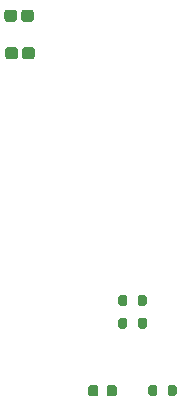
<source format=gbr>
%TF.GenerationSoftware,KiCad,Pcbnew,(5.1.9)-1*%
%TF.CreationDate,2021-03-29T15:47:30-03:00*%
%TF.ProjectId,1335_rev1,31333335-5f72-4657-9631-2e6b69636164,rev?*%
%TF.SameCoordinates,Original*%
%TF.FileFunction,Paste,Top*%
%TF.FilePolarity,Positive*%
%FSLAX46Y46*%
G04 Gerber Fmt 4.6, Leading zero omitted, Abs format (unit mm)*
G04 Created by KiCad (PCBNEW (5.1.9)-1) date 2021-03-29 15:47:30*
%MOMM*%
%LPD*%
G01*
G04 APERTURE LIST*
G04 APERTURE END LIST*
%TO.C,R1*%
G36*
G01*
X144990000Y-96880000D02*
X144990000Y-97430000D01*
G75*
G02*
X144790000Y-97630000I-200000J0D01*
G01*
X144390000Y-97630000D01*
G75*
G02*
X144190000Y-97430000I0J200000D01*
G01*
X144190000Y-96880000D01*
G75*
G02*
X144390000Y-96680000I200000J0D01*
G01*
X144790000Y-96680000D01*
G75*
G02*
X144990000Y-96880000I0J-200000D01*
G01*
G37*
G36*
G01*
X146640000Y-96880000D02*
X146640000Y-97430000D01*
G75*
G02*
X146440000Y-97630000I-200000J0D01*
G01*
X146040000Y-97630000D01*
G75*
G02*
X145840000Y-97430000I0J200000D01*
G01*
X145840000Y-96880000D01*
G75*
G02*
X146040000Y-96680000I200000J0D01*
G01*
X146440000Y-96680000D01*
G75*
G02*
X146640000Y-96880000I0J-200000D01*
G01*
G37*
%TD*%
%TO.C,R3*%
G36*
G01*
X143300000Y-91715000D02*
X143300000Y-91165000D01*
G75*
G02*
X143500000Y-90965000I200000J0D01*
G01*
X143900000Y-90965000D01*
G75*
G02*
X144100000Y-91165000I0J-200000D01*
G01*
X144100000Y-91715000D01*
G75*
G02*
X143900000Y-91915000I-200000J0D01*
G01*
X143500000Y-91915000D01*
G75*
G02*
X143300000Y-91715000I0J200000D01*
G01*
G37*
G36*
G01*
X141650000Y-91715000D02*
X141650000Y-91165000D01*
G75*
G02*
X141850000Y-90965000I200000J0D01*
G01*
X142250000Y-90965000D01*
G75*
G02*
X142450000Y-91165000I0J-200000D01*
G01*
X142450000Y-91715000D01*
G75*
G02*
X142250000Y-91915000I-200000J0D01*
G01*
X141850000Y-91915000D01*
G75*
G02*
X141650000Y-91715000I0J200000D01*
G01*
G37*
%TD*%
%TO.C,R2*%
G36*
G01*
X143300000Y-89810000D02*
X143300000Y-89260000D01*
G75*
G02*
X143500000Y-89060000I200000J0D01*
G01*
X143900000Y-89060000D01*
G75*
G02*
X144100000Y-89260000I0J-200000D01*
G01*
X144100000Y-89810000D01*
G75*
G02*
X143900000Y-90010000I-200000J0D01*
G01*
X143500000Y-90010000D01*
G75*
G02*
X143300000Y-89810000I0J200000D01*
G01*
G37*
G36*
G01*
X141650000Y-89810000D02*
X141650000Y-89260000D01*
G75*
G02*
X141850000Y-89060000I200000J0D01*
G01*
X142250000Y-89060000D01*
G75*
G02*
X142450000Y-89260000I0J-200000D01*
G01*
X142450000Y-89810000D01*
G75*
G02*
X142250000Y-90010000I-200000J0D01*
G01*
X141850000Y-90010000D01*
G75*
G02*
X141650000Y-89810000I0J200000D01*
G01*
G37*
%TD*%
%TO.C,D1*%
G36*
G01*
X140685000Y-97411250D02*
X140685000Y-96898750D01*
G75*
G02*
X140903750Y-96680000I218750J0D01*
G01*
X141341250Y-96680000D01*
G75*
G02*
X141560000Y-96898750I0J-218750D01*
G01*
X141560000Y-97411250D01*
G75*
G02*
X141341250Y-97630000I-218750J0D01*
G01*
X140903750Y-97630000D01*
G75*
G02*
X140685000Y-97411250I0J218750D01*
G01*
G37*
G36*
G01*
X139110000Y-97411250D02*
X139110000Y-96898750D01*
G75*
G02*
X139328750Y-96680000I218750J0D01*
G01*
X139766250Y-96680000D01*
G75*
G02*
X139985000Y-96898750I0J-218750D01*
G01*
X139985000Y-97411250D01*
G75*
G02*
X139766250Y-97630000I-218750J0D01*
G01*
X139328750Y-97630000D01*
G75*
G02*
X139110000Y-97411250I0J218750D01*
G01*
G37*
%TD*%
%TO.C,C2*%
G36*
G01*
X133175000Y-68304999D02*
X133175000Y-68855001D01*
G75*
G02*
X132925001Y-69105000I-249999J0D01*
G01*
X132349999Y-69105000D01*
G75*
G02*
X132100000Y-68855001I0J249999D01*
G01*
X132100000Y-68304999D01*
G75*
G02*
X132349999Y-68055000I249999J0D01*
G01*
X132925001Y-68055000D01*
G75*
G02*
X133175000Y-68304999I0J-249999D01*
G01*
G37*
G36*
G01*
X134600000Y-68304999D02*
X134600000Y-68855001D01*
G75*
G02*
X134350001Y-69105000I-249999J0D01*
G01*
X133774999Y-69105000D01*
G75*
G02*
X133525000Y-68855001I0J249999D01*
G01*
X133525000Y-68304999D01*
G75*
G02*
X133774999Y-68055000I249999J0D01*
G01*
X134350001Y-68055000D01*
G75*
G02*
X134600000Y-68304999I0J-249999D01*
G01*
G37*
%TD*%
%TO.C,C1*%
G36*
G01*
X134522500Y-65129999D02*
X134522500Y-65680001D01*
G75*
G02*
X134272501Y-65930000I-249999J0D01*
G01*
X133697499Y-65930000D01*
G75*
G02*
X133447500Y-65680001I0J249999D01*
G01*
X133447500Y-65129999D01*
G75*
G02*
X133697499Y-64880000I249999J0D01*
G01*
X134272501Y-64880000D01*
G75*
G02*
X134522500Y-65129999I0J-249999D01*
G01*
G37*
G36*
G01*
X133097500Y-65129999D02*
X133097500Y-65680001D01*
G75*
G02*
X132847501Y-65930000I-249999J0D01*
G01*
X132272499Y-65930000D01*
G75*
G02*
X132022500Y-65680001I0J249999D01*
G01*
X132022500Y-65129999D01*
G75*
G02*
X132272499Y-64880000I249999J0D01*
G01*
X132847501Y-64880000D01*
G75*
G02*
X133097500Y-65129999I0J-249999D01*
G01*
G37*
%TD*%
M02*

</source>
